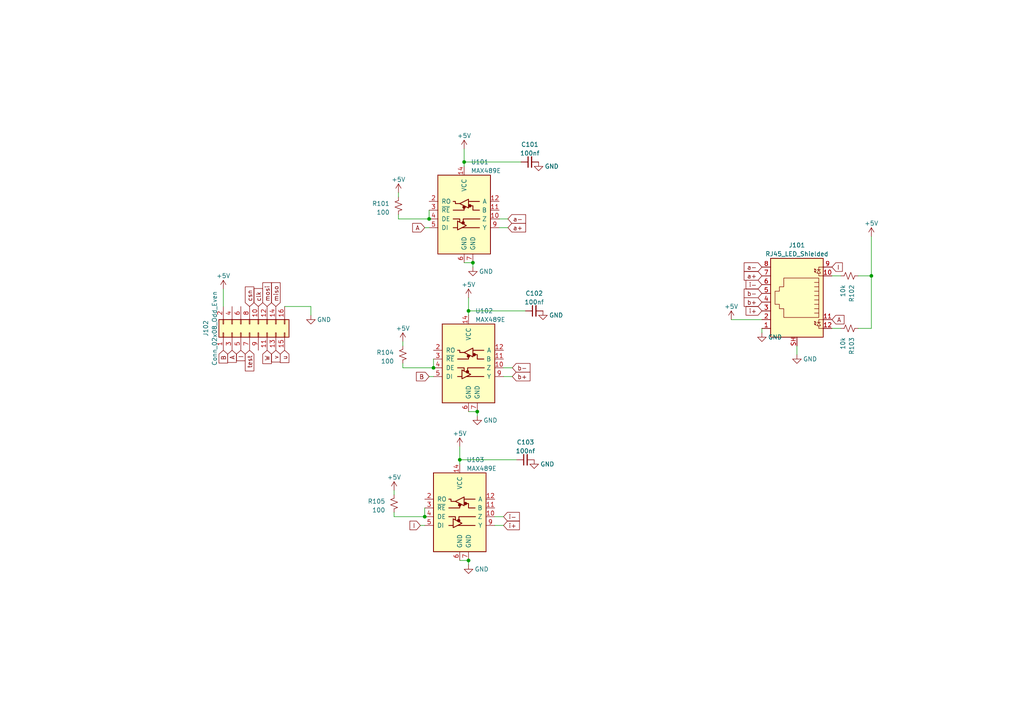
<source format=kicad_sch>
(kicad_sch (version 20230121) (generator eeschema)
  (paper "A4")
  (lib_symbols
    (symbol "Connector:RJ45_LED_Shielded" (pin_names (offset 1.016))
      (property "Reference" "J" (at -5.08 13.97 0))
      (property "Value" "RJ45_LED_Shielded" (at 1.27 13.97 0))
      (symbol "RJ45_LED_Shielded_0_1"
        (polyline (pts (xy -7.62 -7.62) (xy -6.35 -7.62)))
        (polyline (pts (xy -7.62 -5.08) (xy -6.35 -5.08)))
        (polyline (pts (xy -7.62 7.62) (xy -6.35 7.62)))
        (polyline (pts (xy -7.62 10.16) (xy -6.35 10.16)))
        (polyline (pts (xy -6.858 -5.842) (xy -5.842 -5.842)))
        (polyline (pts (xy -6.858 9.398) (xy -5.842 9.398)))
        (polyline (pts (xy -6.35 -7.62) (xy -6.35 -6.858)))
        (polyline (pts (xy -6.35 -5.08) (xy -6.35 -5.842)))
        (polyline (pts (xy -6.35 7.62) (xy -6.35 8.382)))
        (polyline (pts (xy -6.35 10.16) (xy -6.35 9.398)))
        (polyline (pts (xy -5.08 -6.223) (xy -5.207 -6.604)))
        (polyline (pts (xy -5.08 -5.588) (xy -5.207 -5.969)))
        (polyline (pts (xy -5.08 4.445) (xy -6.35 4.445)))
        (polyline (pts (xy -5.08 5.715) (xy -6.35 5.715)))
        (polyline (pts (xy -5.08 9.017) (xy -5.207 8.636)))
        (polyline (pts (xy -5.08 9.652) (xy -5.207 9.271)))
        (polyline (pts (xy -6.35 -3.175) (xy -5.08 -3.175) (xy -5.08 -3.175)))
        (polyline (pts (xy -6.35 -1.905) (xy -5.08 -1.905) (xy -5.08 -1.905)))
        (polyline (pts (xy -6.35 -0.635) (xy -5.08 -0.635) (xy -5.08 -0.635)))
        (polyline (pts (xy -6.35 0.635) (xy -5.08 0.635) (xy -5.08 0.635)))
        (polyline (pts (xy -6.35 1.905) (xy -5.08 1.905) (xy -5.08 1.905)))
        (polyline (pts (xy -5.588 -6.731) (xy -5.08 -6.223) (xy -5.461 -6.35)))
        (polyline (pts (xy -5.588 -6.096) (xy -5.08 -5.588) (xy -5.461 -5.715)))
        (polyline (pts (xy -5.588 8.509) (xy -5.08 9.017) (xy -5.461 8.89)))
        (polyline (pts (xy -5.588 9.144) (xy -5.08 9.652) (xy -5.461 9.525)))
        (polyline (pts (xy -5.08 3.175) (xy -6.35 3.175) (xy -6.35 3.175)))
        (polyline (pts (xy -6.35 -5.842) (xy -6.858 -6.858) (xy -5.842 -6.858) (xy -6.35 -5.842)))
        (polyline (pts (xy -6.35 9.398) (xy -6.858 8.382) (xy -5.842 8.382) (xy -6.35 9.398)))
        (polyline (pts (xy -6.35 -4.445) (xy -6.35 6.985) (xy 3.81 6.985) (xy 3.81 4.445) (xy 5.08 4.445) (xy 5.08 3.175) (xy 6.35 3.175) (xy 6.35 -0.635) (xy 5.08 -0.635) (xy 5.08 -1.905) (xy 3.81 -1.905) (xy 3.81 -4.445) (xy -6.35 -4.445) (xy -6.35 -4.445)))
        (rectangle (start 7.62 12.7) (end -7.62 -10.16) (stroke (width 0.254)) (fill (type background)))
      )
      (symbol "RJ45_LED_Shielded_1_1"
        (pin passive line (at 10.16 -7.62 180) (length 2.54) (name "~") (number "1"))
        (pin passive line (at -10.16 7.62 0) (length 2.54) (name "~") (number "10"))
        (pin passive line (at -10.16 -5.08 0) (length 2.54) (name "~") (number "11"))
        (pin passive line (at -10.16 -7.62 0) (length 2.54) (name "~") (number "12"))
        (pin passive line (at 10.16 -5.08 180) (length 2.54) (name "~") (number "2"))
        (pin passive line (at 10.16 -2.54 180) (length 2.54) (name "~") (number "3"))
        (pin passive line (at 10.16 0 180) (length 2.54) (name "~") (number "4"))
        (pin passive line (at 10.16 2.54 180) (length 2.54) (name "~") (number "5"))
        (pin passive line (at 10.16 5.08 180) (length 2.54) (name "~") (number "6"))
        (pin passive line (at 10.16 7.62 180) (length 2.54) (name "~") (number "7"))
        (pin passive line (at 10.16 10.16 180) (length 2.54) (name "~") (number "8"))
        (pin passive line (at -10.16 10.16 0) (length 2.54) (name "~") (number "9"))
        (pin passive line (at 0 -12.7 90) (length 2.54) (name "~") (number "SH"))
      )
    )
    (symbol "Connector_Generic:Conn_02x08_Odd_Even" (pin_names (offset 1.016) hide)
      (property "Reference" "J" (at 1.27 10.16 0))
      (property "Value" "Conn_02x08_Odd_Even" (at 1.27 -12.7 0))
      (symbol "Conn_02x08_Odd_Even_1_1"
        (rectangle (start -1.27 -10.033) (end 0 -10.287) (stroke (width 0.1524)))
        (rectangle (start -1.27 -7.493) (end 0 -7.747) (stroke (width 0.1524)))
        (rectangle (start -1.27 -4.953) (end 0 -5.207) (stroke (width 0.1524)))
        (rectangle (start -1.27 -2.413) (end 0 -2.667) (stroke (width 0.1524)))
        (rectangle (start -1.27 0.127) (end 0 -0.127) (stroke (width 0.1524)))
        (rectangle (start -1.27 2.667) (end 0 2.413) (stroke (width 0.1524)))
        (rectangle (start -1.27 5.207) (end 0 4.953) (stroke (width 0.1524)))
        (rectangle (start -1.27 7.747) (end 0 7.493) (stroke (width 0.1524)))
        (rectangle (start -1.27 8.89) (end 3.81 -11.43) (stroke (width 0.254)) (fill (type background)))
        (rectangle (start 3.81 -10.033) (end 2.54 -10.287) (stroke (width 0.1524)))
        (rectangle (start 3.81 -7.493) (end 2.54 -7.747) (stroke (width 0.1524)))
        (rectangle (start 3.81 -4.953) (end 2.54 -5.207) (stroke (width 0.1524)))
        (rectangle (start 3.81 -2.413) (end 2.54 -2.667) (stroke (width 0.1524)))
        (rectangle (start 3.81 0.127) (end 2.54 -0.127) (stroke (width 0.1524)))
        (rectangle (start 3.81 2.667) (end 2.54 2.413) (stroke (width 0.1524)))
        (rectangle (start 3.81 5.207) (end 2.54 4.953) (stroke (width 0.1524)))
        (rectangle (start 3.81 7.747) (end 2.54 7.493) (stroke (width 0.1524)))
        (pin passive line (at -5.08 7.62 0) (length 3.81) (name "Pin_1") (number "1"))
        (pin passive line (at 7.62 -2.54 180) (length 3.81) (name "Pin_10") (number "10"))
        (pin passive line (at -5.08 -5.08 0) (length 3.81) (name "Pin_11") (number "11"))
        (pin passive line (at 7.62 -5.08 180) (length 3.81) (name "Pin_12") (number "12"))
        (pin passive line (at -5.08 -7.62 0) (length 3.81) (name "Pin_13") (number "13"))
        (pin passive line (at 7.62 -7.62 180) (length 3.81) (name "Pin_14") (number "14"))
        (pin passive line (at -5.08 -10.16 0) (length 3.81) (name "Pin_15") (number "15"))
        (pin passive line (at 7.62 -10.16 180) (length 3.81) (name "Pin_16") (number "16"))
        (pin passive line (at 7.62 7.62 180) (length 3.81) (name "Pin_2") (number "2"))
        (pin passive line (at -5.08 5.08 0) (length 3.81) (name "Pin_3") (number "3"))
        (pin passive line (at 7.62 5.08 180) (length 3.81) (name "Pin_4") (number "4"))
        (pin passive line (at -5.08 2.54 0) (length 3.81) (name "Pin_5") (number "5"))
        (pin passive line (at 7.62 2.54 180) (length 3.81) (name "Pin_6") (number "6"))
        (pin passive line (at -5.08 0 0) (length 3.81) (name "Pin_7") (number "7"))
        (pin passive line (at 7.62 0 180) (length 3.81) (name "Pin_8") (number "8"))
        (pin passive line (at -5.08 -2.54 0) (length 3.81) (name "Pin_9") (number "9"))
      )
    )
    (symbol "Device:C_Small" (pin_numbers hide) (pin_names (offset 0.254) hide)
      (property "Reference" "C" (at 0.254 1.778 0))
      (property "Value" "C_Small" (at 0.254 -2.032 0))
      (symbol "C_Small_0_1"
        (polyline (pts (xy -1.524 -0.508) (xy 1.524 -0.508)) (stroke (width 0.3302)))
        (polyline (pts (xy -1.524 0.508) (xy 1.524 0.508)) (stroke (width 0.3048)))
      )
      (symbol "C_Small_1_1"
        (pin passive line (at 0 2.54 270) (length 2.032) (name "~") (number "1"))
        (pin passive line (at 0 -2.54 90) (length 2.032) (name "~") (number "2"))
      )
    )
    (symbol "Device:R_Small_US" (pin_numbers hide) (pin_names (offset 0.254) hide)
      (property "Reference" "R" (at 0.762 0.508 0))
      (property "Value" "R_Small_US" (at 0.762 -1.016 0))
      (symbol "R_Small_US_1_1"
        (polyline (pts (xy 0 0) (xy 1.016 -0.381) (xy 0 -0.762) (xy -1.016 -1.143) (xy 0 -1.524)))
        (polyline (pts (xy 0 1.524) (xy 1.016 1.143) (xy 0 0.762) (xy -1.016 0.381) (xy 0 0)))
        (pin passive line (at 0 2.54 270) (length 1.016) (name "~") (number "1"))
        (pin passive line (at 0 -2.54 90) (length 1.016) (name "~") (number "2"))
      )
    )
    (symbol "Interface_UART:MAX489E" (pin_names (offset 1.016))
      (property "Reference" "U" (at -6.096 11.43 0))
      (property "Value" "MAX489E" (at 0.762 11.43 0))
      (symbol "MAX489E_0_1"
        (rectangle (start -7.62 10.16) (end 7.62 -12.7) (stroke (width 0.254)) (fill (type background)))
        (circle (center -0.3048 -3.683) (radius 0.3556) (stroke (width 0.254)) (fill (type outline)))
        (circle (center -0.0254 0.8636) (radius 0.3556) (stroke (width 0.254)) (fill (type outline)))
        (polyline (pts (xy -3.175 -5.08) (xy -1.905 -5.08)) (stroke (width 0.254)))
        (polyline (pts (xy -1.27 -3.2004) (xy -1.27 -3.4544)) (stroke (width 0.254)))
        (polyline (pts (xy -0.635 -5.08) (xy 4.445 -5.08)) (stroke (width 0.254)))
        (polyline (pts (xy 1.27 2.54) (xy 4.445 2.54)) (stroke (width 0.254)))
        (polyline (pts (xy -3.175 -2.54) (xy -1.27 -2.54) (xy -1.27 -3.175)) (stroke (width 0.254)))
        (polyline (pts (xy -0.254 -3.556) (xy -0.254 -2.54) (xy 4.572 -2.54)) (stroke (width 0.254)))
        (polyline (pts (xy 0 0.635) (xy 0 0) (xy -3.175 0)) (stroke (width 0.254)))
        (polyline (pts (xy -1.905 -3.175) (xy -1.905 -5.715) (xy 0.635 -4.445) (xy -1.905 -3.175)) (stroke (width 0.254)))
        (polyline (pts (xy -1.27 1.905) (xy -2.54 1.905) (xy -2.54 2.54) (xy -3.175 2.54)) (stroke (width 0.254)))
        (polyline (pts (xy -1.27 1.905) (xy 1.27 3.175) (xy 1.27 0.635) (xy -1.27 1.905)) (stroke (width 0.254)))
        (polyline (pts (xy 1.905 1.27) (xy 2.54 1.27) (xy 2.54 0) (xy 4.445 0)) (stroke (width 0.254)))
        (circle (center 1.651 1.27) (radius 0.3556) (stroke (width 0.254)) (fill (type outline)))
      )
      (symbol "MAX489E_1_1"
        (pin no_connect line (at -7.62 7.62 0) (length 2.54) hide (name "NC") (number "1"))
        (pin output line (at 10.16 -2.54 180) (length 2.54) (name "Z") (number "10"))
        (pin input line (at 10.16 0 180) (length 2.54) (name "B") (number "11"))
        (pin input line (at 10.16 2.54 180) (length 2.54) (name "A") (number "12"))
        (pin no_connect line (at 7.62 7.62 180) (length 2.54) hide (name "NC") (number "13"))
        (pin power_in line (at 0 12.7 270) (length 2.54) (name "VCC") (number "14"))
        (pin output line (at -10.16 2.54 0) (length 2.54) (name "RO") (number "2"))
        (pin input line (at -10.16 0 0) (length 2.54) (name "~{RE}") (number "3"))
        (pin input line (at -10.16 -2.54 0) (length 2.54) (name "DE") (number "4"))
        (pin input line (at -10.16 -5.08 0) (length 2.54) (name "DI") (number "5"))
        (pin power_in line (at 0 -15.24 90) (length 2.54) (name "GND") (number "6"))
        (pin power_in line (at 2.54 -15.24 90) (length 2.54) (name "GND") (number "7"))
        (pin no_connect line (at 7.62 -10.16 180) (length 2.54) hide (name "NC") (number "8"))
        (pin output line (at 10.16 -5.08 180) (length 2.54) (name "Y") (number "9"))
      )
    )
    (symbol "power:+5V" (power) (pin_names (offset 0))
      (property "Value" "+5V" (at 0 3.556 0))
      (symbol "+5V_0_1"
        (polyline (pts (xy -0.762 1.27) (xy 0 2.54)))
        (polyline (pts (xy 0 0) (xy 0 2.54)))
        (polyline (pts (xy 0 2.54) (xy 0.762 1.27)))
      )
      (symbol "+5V_1_1"
        (pin power_in line (at 0 0 90) (length 0) hide (name "+5V") (number "1"))
      )
    )
    (symbol "power:GND" (power) (pin_names (offset 0))
      (property "Value" "GND" (at 0 -3.81 0))
      (symbol "GND_0_1"
        (polyline (pts (xy 0 0) (xy 0 -1.27) (xy 1.27 -1.27) (xy 0 -2.54) (xy -1.27 -1.27) (xy 0 -1.27)))
      )
      (symbol "GND_1_1"
        (pin power_in line (at 0 0 270) (length 0) hide (name "GND") (number "1"))
      )
    )
  )
  (junction (at 135.89 162.56))
  (junction (at 134.62 46.99))
  (junction (at 137.16 76.2))
  (junction (at 125.73 106.68))
  (junction (at 123.19 149.86))
  (junction (at 138.43 119.38))
  (junction (at 252.73 80.01))
  (junction (at 133.35 133.35))
  (junction (at 124.46 63.5))
  (junction (at 135.89 90.17))
  (wire (pts (xy 146.05 152.4) (xy 143.51 152.4)))
  (wire (pts (xy 134.62 76.2) (xy 137.16 76.2)))
  (wire (pts (xy 115.57 55.88) (xy 115.57 57.15)))
  (wire (pts (xy 135.89 119.38) (xy 138.43 119.38)))
  (wire (pts (xy 133.35 129.54) (xy 133.35 133.35)))
  (wire (pts (xy 148.59 106.68) (xy 146.05 106.68)))
  (wire (pts (xy 212.09 92.71) (xy 220.98 92.71)))
  (wire (pts (xy 123.19 149.86) (xy 114.3 149.86)))
  (wire (pts (xy 134.62 43.18) (xy 134.62 46.99)))
  (wire (pts (xy 124.46 63.5) (xy 115.57 63.5)))
  (wire (pts (xy 231.14 102.87) (xy 231.14 100.33)))
  (wire (pts (xy 248.92 80.01) (xy 252.73 80.01)))
  (wire (pts (xy 135.89 86.36) (xy 135.89 90.17)))
  (wire (pts (xy 64.77 83.82) (xy 64.77 88.9)))
  (wire (pts (xy 252.73 68.58) (xy 252.73 80.01)))
  (wire (pts (xy 248.92 95.25) (xy 252.73 95.25)))
  (wire (pts (xy 123.19 66.04) (xy 124.46 66.04)))
  (wire (pts (xy 137.16 76.2) (xy 137.16 77.47)))
  (wire (pts (xy 147.32 66.04) (xy 144.78 66.04)))
  (wire (pts (xy 90.17 88.9) (xy 82.55 88.9)))
  (wire (pts (xy 148.59 109.22) (xy 146.05 109.22)))
  (wire (pts (xy 135.89 162.56) (xy 135.89 163.83)))
  (wire (pts (xy 114.3 149.86) (xy 114.3 148.59)))
  (wire (pts (xy 135.89 90.17) (xy 152.4 90.17)))
  (wire (pts (xy 90.17 91.44) (xy 90.17 88.9)))
  (wire (pts (xy 220.98 96.52) (xy 220.98 95.25)))
  (wire (pts (xy 138.43 119.38) (xy 138.43 120.65)))
  (wire (pts (xy 146.05 149.86) (xy 143.51 149.86)))
  (wire (pts (xy 125.73 104.14) (xy 125.73 106.68)))
  (wire (pts (xy 115.57 63.5) (xy 115.57 62.23)))
  (wire (pts (xy 124.46 60.96) (xy 124.46 63.5)))
  (wire (pts (xy 123.19 147.32) (xy 123.19 149.86)))
  (wire (pts (xy 124.46 109.22) (xy 125.73 109.22)))
  (wire (pts (xy 243.84 95.25) (xy 241.3 95.25)))
  (wire (pts (xy 133.35 133.35) (xy 133.35 134.62)))
  (wire (pts (xy 116.84 99.06) (xy 116.84 100.33)))
  (wire (pts (xy 114.3 142.24) (xy 114.3 143.51)))
  (wire (pts (xy 147.32 63.5) (xy 144.78 63.5)))
  (wire (pts (xy 133.35 133.35) (xy 149.86 133.35)))
  (wire (pts (xy 135.89 90.17) (xy 135.89 91.44)))
  (wire (pts (xy 116.84 106.68) (xy 116.84 105.41)))
  (wire (pts (xy 243.84 80.01) (xy 241.3 80.01)))
  (wire (pts (xy 133.35 162.56) (xy 135.89 162.56)))
  (wire (pts (xy 121.92 152.4) (xy 123.19 152.4)))
  (wire (pts (xy 134.62 46.99) (xy 134.62 48.26)))
  (wire (pts (xy 252.73 80.01) (xy 252.73 95.25)))
  (wire (pts (xy 125.73 106.68) (xy 116.84 106.68)))
  (wire (pts (xy 134.62 46.99) (xy 151.13 46.99)))
  (global_label "W" (shape input) (at 77.47 101.6 270) (property "Intersheetrefs" "${INTERSHEET_REFS}" (effects hide)))
  (global_label "I" (shape input) (at 121.92 152.4 180) (property "Intersheetrefs" "${INTERSHEET_REFS}" (effects hide)))
  (global_label "a-" (shape input) (at 147.32 63.5 0) (property "Intersheetrefs" "${INTERSHEET_REFS}" (effects hide)))
  (global_label "u" (shape input) (at 82.55 101.6 270) (property "Intersheetrefs" "${INTERSHEET_REFS}" (effects hide)))
  (global_label "A" (shape input) (at 241.3 92.71 0) (property "Intersheetrefs" "${INTERSHEET_REFS}" (effects hide)))
  (global_label "test" (shape input) (at 72.39 101.6 270) (property "Intersheetrefs" "${INTERSHEET_REFS}" (effects hide)))
  (global_label "i-" (shape input) (at 146.05 149.86 0) (property "Intersheetrefs" "${INTERSHEET_REFS}" (effects hide)))
  (global_label "b-" (shape input) (at 220.98 85.09 180) (property "Intersheetrefs" "${INTERSHEET_REFS}" (effects hide)))
  (global_label "I" (shape input) (at 69.85 101.6 270) (property "Intersheetrefs" "${INTERSHEET_REFS}" (effects hide)))
  (global_label "b-" (shape input) (at 148.59 106.68 0) (property "Intersheetrefs" "${INTERSHEET_REFS}" (effects hide)))
  (global_label "csn" (shape input) (at 72.39 88.9 90) (property "Intersheetrefs" "${INTERSHEET_REFS}" (effects hide)))
  (global_label "b+" (shape input) (at 220.98 87.63 180) (property "Intersheetrefs" "${INTERSHEET_REFS}" (effects hide)))
  (global_label "a+" (shape input) (at 147.32 66.04 0) (property "Intersheetrefs" "${INTERSHEET_REFS}" (effects hide)))
  (global_label "a-" (shape input) (at 220.98 77.47 180) (property "Intersheetrefs" "${INTERSHEET_REFS}" (effects hide)))
  (global_label "v" (shape input) (at 80.01 101.6 270) (property "Intersheetrefs" "${INTERSHEET_REFS}" (effects hide)))
  (global_label "A" (shape input) (at 123.19 66.04 180) (property "Intersheetrefs" "${INTERSHEET_REFS}" (effects hide)))
  (global_label "I" (shape input) (at 241.3 77.47 0) (property "Intersheetrefs" "${INTERSHEET_REFS}" (effects hide)))
  (global_label "a+" (shape input) (at 220.98 80.01 180) (property "Intersheetrefs" "${INTERSHEET_REFS}" (effects hide)))
  (global_label "b+" (shape input) (at 148.59 109.22 0) (property "Intersheetrefs" "${INTERSHEET_REFS}" (effects hide)))
  (global_label "miso" (shape input) (at 80.01 88.9 90) (property "Intersheetrefs" "${INTERSHEET_REFS}" (effects hide)))
  (global_label "clk" (shape input) (at 74.93 88.9 90) (property "Intersheetrefs" "${INTERSHEET_REFS}" (effects hide)))
  (global_label "B" (shape input) (at 124.46 109.22 180) (property "Intersheetrefs" "${INTERSHEET_REFS}" (effects hide)))
  (global_label "i-" (shape input) (at 220.98 82.55 180) (property "Intersheetrefs" "${INTERSHEET_REFS}" (effects hide)))
  (global_label "B" (shape input) (at 64.77 101.6 270) (property "Intersheetrefs" "${INTERSHEET_REFS}" (effects hide)))
  (global_label "i+" (shape input) (at 146.05 152.4 0) (property "Intersheetrefs" "${INTERSHEET_REFS}" (effects hide)))
  (global_label "A" (shape input) (at 67.31 101.6 270) (property "Intersheetrefs" "${INTERSHEET_REFS}" (effects hide)))
  (global_label "mosi" (shape input) (at 77.47 88.9 90) (property "Intersheetrefs" "${INTERSHEET_REFS}" (effects hide)))
  (global_label "i+" (shape input) (at 220.98 90.17 180) (property "Intersheetrefs" "${INTERSHEET_REFS}" (effects hide)))
  (symbol (lib_id "power:GND") (at 137.16 77.47 0) (unit 1)
    (property "Reference" "#PWR0110" (effects hide))
    (property "Value" "GND" (at 140.97 78.74 0))
  )
  (symbol (lib_id "power:GND") (at 138.43 120.65 0) (unit 1)
    (property "Reference" "#PWR0114" (effects hide))
    (property "Value" "GND" (at 142.24 121.92 0))
  )
  (symbol (lib_id "power:+5V") (at 115.57 55.88 0) (unit 1)
    (property "Reference" "#PWR0109" (effects hide))
    (property "Value" "+5V" (at 115.57 52.07 0))
  )
  (symbol (lib_id "power:+5V") (at 252.73 68.58 0) (unit 1)
    (property "Reference" "#PWR0102" (effects hide))
    (property "Value" "+5V" (at 252.73 64.77 0))
  )
  (symbol (lib_id "power:GND") (at 135.89 163.83 0) (unit 1)
    (property "Reference" "#PWR0118" (effects hide))
    (property "Value" "GND" (at 139.7 165.1 0))
  )
  (symbol (lib_id "Device:R_Small_US") (at 246.38 80.01 270) (unit 1)
    (property "Reference" "R102" (at 247.015 82.55 0) (effects (justify left)))
    (property "Value" "10k" (at 244.475 82.55 0) (effects (justify left)))
    (property "Footprint" "Resistor_SMD:R_0805_2012Metric_Pad1.20x1.40mm_HandSolder" (effects hide))
  )
  (symbol (lib_id "Device:C_Small") (at 152.4 133.35 90) (unit 1)
    (property "Reference" "C103" (at 152.4063 128.27 90))
    (property "Value" "100nf" (at 152.4063 130.81 90))
    (property "Footprint" "Capacitor_SMD:C_0805_2012Metric_Pad1.18x1.45mm_HandSolder" (effects hide))
  )
  (symbol (lib_id "power:+5V") (at 212.09 92.71 0) (unit 1)
    (property "Reference" "#PWR0103" (effects hide))
    (property "Value" "+5V" (at 212.09 88.9 0))
  )
  (symbol (lib_id "Interface_UART:MAX489E") (at 135.89 104.14 0) (unit 1)
    (property "Reference" "U102" (at 137.8459 90.17 0) (effects (justify left)))
    (property "Value" "MAX489E" (at 137.8459 92.71 0) (effects (justify left)))
    (property "Footprint" "Package_SO:SO-16_3.9x9.9mm_P1.27mm" (effects hide))
    (property "Datasheet" "https://datasheets.maximintegrated.com/en/ds/MAX1487E-MAX491E.pdf" (effects hide))
  )
  (symbol (lib_id "Device:R_Small_US") (at 114.3 146.05 0) (mirror y) (unit 1)
    (property "Reference" "R105" (at 111.76 145.415 0) (effects (justify left)))
    (property "Value" "100" (at 111.76 147.955 0) (effects (justify left)))
    (property "Footprint" "Resistor_SMD:R_0805_2012Metric_Pad1.20x1.40mm_HandSolder" (effects hide))
  )
  (symbol (lib_id "Interface_UART:MAX489E") (at 133.35 147.32 0) (unit 1)
    (property "Reference" "U103" (at 135.3059 133.35 0) (effects (justify left)))
    (property "Value" "MAX489E" (at 135.3059 135.89 0) (effects (justify left)))
    (property "Footprint" "Package_SO:SO-16_3.9x9.9mm_P1.27mm" (effects hide))
    (property "Datasheet" "https://datasheets.maximintegrated.com/en/ds/MAX1487E-MAX491E.pdf" (effects hide))
  )
  (symbol (lib_id "Device:R_Small_US") (at 116.84 102.87 0) (mirror y) (unit 1)
    (property "Reference" "R104" (at 114.3 102.235 0) (effects (justify left)))
    (property "Value" "100" (at 114.3 104.775 0) (effects (justify left)))
    (property "Footprint" "Resistor_SMD:R_0805_2012Metric_Pad1.20x1.40mm_HandSolder" (effects hide))
  )
  (symbol (lib_id "power:+5V") (at 64.77 83.82 0) (unit 1)
    (property "Reference" "#PWR0106" (effects hide))
    (property "Value" "+5V" (at 64.77 80.01 0))
  )
  (symbol (lib_id "Device:C_Small") (at 154.94 90.17 90) (unit 1)
    (property "Reference" "C102" (at 154.9463 85.09 90))
    (property "Value" "100nf" (at 154.9463 87.63 90))
    (property "Footprint" "Capacitor_SMD:C_0805_2012Metric_Pad1.18x1.45mm_HandSolder" (effects hide))
  )
  (symbol (lib_id "power:+5V") (at 116.84 99.06 0) (unit 1)
    (property "Reference" "#PWR0113" (effects hide))
    (property "Value" "+5V" (at 116.84 95.25 0))
  )
  (symbol (lib_id "power:+5V") (at 134.62 43.18 0) (unit 1)
    (property "Reference" "#PWR0108" (effects hide))
    (property "Value" "+5V" (at 134.62 39.37 0))
  )
  (symbol (lib_id "Connector:RJ45_LED_Shielded") (at 231.14 87.63 0) (mirror y) (unit 1)
    (property "Reference" "J101" (at 231.14 71.12 0))
    (property "Value" "RJ45_LED_Shielded" (at 231.14 73.66 0))
    (property "Footprint" "Connector_RJ:RJ45_Wuerth_7499010121A_Horizontal" (effects hide))
  )
  (symbol (lib_id "Device:R_Small_US") (at 115.57 59.69 0) (mirror y) (unit 1)
    (property "Reference" "R101" (at 113.03 59.055 0) (effects (justify left)))
    (property "Value" "100" (at 113.03 61.595 0) (effects (justify left)))
    (property "Footprint" "Resistor_SMD:R_0805_2012Metric_Pad1.20x1.40mm_HandSolder" (effects hide))
  )
  (symbol (lib_id "power:GND") (at 220.98 96.52 0) (unit 1)
    (property "Reference" "#PWR0104" (effects hide))
    (property "Value" "GND" (at 224.79 97.79 0))
  )
  (symbol (lib_id "Connector_Generic:Conn_02x08_Odd_Even") (at 72.39 96.52 90) (unit 1)
    (property "Reference" "J102" (at 59.69 95.25 0))
    (property "Value" "Conn_02x08_Odd_Even" (at 62.23 95.25 0))
    (property "Footprint" "Connector_PinSocket_2.54mm:PinSocket_2x08_P2.54mm_Vertical" (effects hide))
  )
  (symbol (lib_id "power:GND") (at 157.48 90.17 0) (unit 1)
    (property "Reference" "#PWR0112" (effects hide))
    (property "Value" "GND" (at 161.29 91.44 0))
  )
  (symbol (lib_id "power:GND") (at 154.94 133.35 0) (unit 1)
    (property "Reference" "#PWR0116" (effects hide))
    (property "Value" "GND" (at 158.75 134.62 0))
  )
  (symbol (lib_id "power:+5V") (at 114.3 142.24 0) (unit 1)
    (property "Reference" "#PWR0117" (effects hide))
    (property "Value" "+5V" (at 114.3 138.43 0))
  )
  (symbol (lib_id "power:GND") (at 231.14 102.87 0) (unit 1)
    (property "Reference" "#PWR0105" (effects hide))
    (property "Value" "GND" (at 234.95 104.14 0))
  )
  (symbol (lib_id "power:+5V") (at 135.89 86.36 0) (unit 1)
    (property "Reference" "#PWR0111" (effects hide))
    (property "Value" "+5V" (at 135.89 82.55 0))
  )
  (symbol (lib_id "Device:C_Small") (at 153.67 46.99 90) (unit 1)
    (property "Reference" "C101" (at 153.6763 41.91 90))
    (property "Value" "100nf" (at 153.6763 44.45 90))
    (property "Footprint" "Capacitor_SMD:C_0805_2012Metric_Pad1.18x1.45mm_HandSolder" (effects hide))
  )
  (symbol (lib_id "power:GND") (at 90.17 91.44 0) (unit 1)
    (property "Reference" "#PWR0107" (effects hide))
    (property "Value" "GND" (at 93.98 92.71 0))
  )
  (symbol (lib_id "power:GND") (at 156.21 46.99 0) (unit 1)
    (property "Reference" "#PWR0101" (effects hide))
    (property "Value" "GND" (at 160.02 48.26 0))
  )
  (symbol (lib_id "Device:R_Small_US") (at 246.38 95.25 270) (unit 1)
    (property "Reference" "R103" (at 247.015 97.79 0) (effects (justify left)))
    (property "Value" "10k" (at 244.475 97.79 0) (effects (justify left)))
    (property "Footprint" "Resistor_SMD:R_0805_2012Metric_Pad1.20x1.40mm_HandSolder" (effects hide))
  )
  (symbol (lib_id "power:+5V") (at 133.35 129.54 0) (unit 1)
    (property "Reference" "#PWR0115" (effects hide))
    (property "Value" "+5V" (at 133.35 125.73 0))
  )
  (symbol (lib_id "Interface_UART:MAX489E") (at 134.62 60.96 0) (unit 1)
    (property "Reference" "U101" (at 136.5759 46.99 0) (effects (justify left)))
    (property "Value" "MAX489E" (at 136.5759 49.53 0) (effects (justify left)))
    (property "Footprint" "Package_SO:SO-16_3.9x9.9mm_P1.27mm" (effects hide))
    (property "Datasheet" "https://datasheets.maximintegrated.com/en/ds/MAX1487E-MAX491E.pdf" (effects hide))
  )
)
</source>
